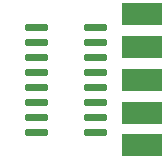
<source format=gbr>
%TF.GenerationSoftware,KiCad,Pcbnew,(5.1.9)-1*%
%TF.CreationDate,2022-11-25T11:31:52-06:00*%
%TF.ProjectId,adapter,61646170-7465-4722-9e6b-696361645f70,rev?*%
%TF.SameCoordinates,Original*%
%TF.FileFunction,Paste,Top*%
%TF.FilePolarity,Positive*%
%FSLAX46Y46*%
G04 Gerber Fmt 4.6, Leading zero omitted, Abs format (unit mm)*
G04 Created by KiCad (PCBNEW (5.1.9)-1) date 2022-11-25 11:31:52*
%MOMM*%
%LPD*%
G01*
G04 APERTURE LIST*
%ADD10R,3.480000X1.846667*%
G04 APERTURE END LIST*
D10*
%TO.C,P1*%
X142367000Y-89710000D03*
X142367000Y-92480000D03*
X142367000Y-95250000D03*
X142367000Y-98020000D03*
X142367000Y-100790000D03*
%TD*%
%TO.C,U1*%
G36*
G01*
X139390000Y-99545000D02*
X139390000Y-99845000D01*
G75*
G02*
X139240000Y-99995000I-150000J0D01*
G01*
X137540000Y-99995000D01*
G75*
G02*
X137390000Y-99845000I0J150000D01*
G01*
X137390000Y-99545000D01*
G75*
G02*
X137540000Y-99395000I150000J0D01*
G01*
X139240000Y-99395000D01*
G75*
G02*
X139390000Y-99545000I0J-150000D01*
G01*
G37*
G36*
G01*
X139390000Y-98275000D02*
X139390000Y-98575000D01*
G75*
G02*
X139240000Y-98725000I-150000J0D01*
G01*
X137540000Y-98725000D01*
G75*
G02*
X137390000Y-98575000I0J150000D01*
G01*
X137390000Y-98275000D01*
G75*
G02*
X137540000Y-98125000I150000J0D01*
G01*
X139240000Y-98125000D01*
G75*
G02*
X139390000Y-98275000I0J-150000D01*
G01*
G37*
G36*
G01*
X139390000Y-97005000D02*
X139390000Y-97305000D01*
G75*
G02*
X139240000Y-97455000I-150000J0D01*
G01*
X137540000Y-97455000D01*
G75*
G02*
X137390000Y-97305000I0J150000D01*
G01*
X137390000Y-97005000D01*
G75*
G02*
X137540000Y-96855000I150000J0D01*
G01*
X139240000Y-96855000D01*
G75*
G02*
X139390000Y-97005000I0J-150000D01*
G01*
G37*
G36*
G01*
X139390000Y-95735000D02*
X139390000Y-96035000D01*
G75*
G02*
X139240000Y-96185000I-150000J0D01*
G01*
X137540000Y-96185000D01*
G75*
G02*
X137390000Y-96035000I0J150000D01*
G01*
X137390000Y-95735000D01*
G75*
G02*
X137540000Y-95585000I150000J0D01*
G01*
X139240000Y-95585000D01*
G75*
G02*
X139390000Y-95735000I0J-150000D01*
G01*
G37*
G36*
G01*
X139390000Y-94465000D02*
X139390000Y-94765000D01*
G75*
G02*
X139240000Y-94915000I-150000J0D01*
G01*
X137540000Y-94915000D01*
G75*
G02*
X137390000Y-94765000I0J150000D01*
G01*
X137390000Y-94465000D01*
G75*
G02*
X137540000Y-94315000I150000J0D01*
G01*
X139240000Y-94315000D01*
G75*
G02*
X139390000Y-94465000I0J-150000D01*
G01*
G37*
G36*
G01*
X139390000Y-93195000D02*
X139390000Y-93495000D01*
G75*
G02*
X139240000Y-93645000I-150000J0D01*
G01*
X137540000Y-93645000D01*
G75*
G02*
X137390000Y-93495000I0J150000D01*
G01*
X137390000Y-93195000D01*
G75*
G02*
X137540000Y-93045000I150000J0D01*
G01*
X139240000Y-93045000D01*
G75*
G02*
X139390000Y-93195000I0J-150000D01*
G01*
G37*
G36*
G01*
X139390000Y-91925000D02*
X139390000Y-92225000D01*
G75*
G02*
X139240000Y-92375000I-150000J0D01*
G01*
X137540000Y-92375000D01*
G75*
G02*
X137390000Y-92225000I0J150000D01*
G01*
X137390000Y-91925000D01*
G75*
G02*
X137540000Y-91775000I150000J0D01*
G01*
X139240000Y-91775000D01*
G75*
G02*
X139390000Y-91925000I0J-150000D01*
G01*
G37*
G36*
G01*
X139390000Y-90655000D02*
X139390000Y-90955000D01*
G75*
G02*
X139240000Y-91105000I-150000J0D01*
G01*
X137540000Y-91105000D01*
G75*
G02*
X137390000Y-90955000I0J150000D01*
G01*
X137390000Y-90655000D01*
G75*
G02*
X137540000Y-90505000I150000J0D01*
G01*
X139240000Y-90505000D01*
G75*
G02*
X139390000Y-90655000I0J-150000D01*
G01*
G37*
G36*
G01*
X134390000Y-90655000D02*
X134390000Y-90955000D01*
G75*
G02*
X134240000Y-91105000I-150000J0D01*
G01*
X132540000Y-91105000D01*
G75*
G02*
X132390000Y-90955000I0J150000D01*
G01*
X132390000Y-90655000D01*
G75*
G02*
X132540000Y-90505000I150000J0D01*
G01*
X134240000Y-90505000D01*
G75*
G02*
X134390000Y-90655000I0J-150000D01*
G01*
G37*
G36*
G01*
X134390000Y-91925000D02*
X134390000Y-92225000D01*
G75*
G02*
X134240000Y-92375000I-150000J0D01*
G01*
X132540000Y-92375000D01*
G75*
G02*
X132390000Y-92225000I0J150000D01*
G01*
X132390000Y-91925000D01*
G75*
G02*
X132540000Y-91775000I150000J0D01*
G01*
X134240000Y-91775000D01*
G75*
G02*
X134390000Y-91925000I0J-150000D01*
G01*
G37*
G36*
G01*
X134390000Y-93195000D02*
X134390000Y-93495000D01*
G75*
G02*
X134240000Y-93645000I-150000J0D01*
G01*
X132540000Y-93645000D01*
G75*
G02*
X132390000Y-93495000I0J150000D01*
G01*
X132390000Y-93195000D01*
G75*
G02*
X132540000Y-93045000I150000J0D01*
G01*
X134240000Y-93045000D01*
G75*
G02*
X134390000Y-93195000I0J-150000D01*
G01*
G37*
G36*
G01*
X134390000Y-94465000D02*
X134390000Y-94765000D01*
G75*
G02*
X134240000Y-94915000I-150000J0D01*
G01*
X132540000Y-94915000D01*
G75*
G02*
X132390000Y-94765000I0J150000D01*
G01*
X132390000Y-94465000D01*
G75*
G02*
X132540000Y-94315000I150000J0D01*
G01*
X134240000Y-94315000D01*
G75*
G02*
X134390000Y-94465000I0J-150000D01*
G01*
G37*
G36*
G01*
X134390000Y-95735000D02*
X134390000Y-96035000D01*
G75*
G02*
X134240000Y-96185000I-150000J0D01*
G01*
X132540000Y-96185000D01*
G75*
G02*
X132390000Y-96035000I0J150000D01*
G01*
X132390000Y-95735000D01*
G75*
G02*
X132540000Y-95585000I150000J0D01*
G01*
X134240000Y-95585000D01*
G75*
G02*
X134390000Y-95735000I0J-150000D01*
G01*
G37*
G36*
G01*
X134390000Y-97005000D02*
X134390000Y-97305000D01*
G75*
G02*
X134240000Y-97455000I-150000J0D01*
G01*
X132540000Y-97455000D01*
G75*
G02*
X132390000Y-97305000I0J150000D01*
G01*
X132390000Y-97005000D01*
G75*
G02*
X132540000Y-96855000I150000J0D01*
G01*
X134240000Y-96855000D01*
G75*
G02*
X134390000Y-97005000I0J-150000D01*
G01*
G37*
G36*
G01*
X134390000Y-98275000D02*
X134390000Y-98575000D01*
G75*
G02*
X134240000Y-98725000I-150000J0D01*
G01*
X132540000Y-98725000D01*
G75*
G02*
X132390000Y-98575000I0J150000D01*
G01*
X132390000Y-98275000D01*
G75*
G02*
X132540000Y-98125000I150000J0D01*
G01*
X134240000Y-98125000D01*
G75*
G02*
X134390000Y-98275000I0J-150000D01*
G01*
G37*
G36*
G01*
X134390000Y-99545000D02*
X134390000Y-99845000D01*
G75*
G02*
X134240000Y-99995000I-150000J0D01*
G01*
X132540000Y-99995000D01*
G75*
G02*
X132390000Y-99845000I0J150000D01*
G01*
X132390000Y-99545000D01*
G75*
G02*
X132540000Y-99395000I150000J0D01*
G01*
X134240000Y-99395000D01*
G75*
G02*
X134390000Y-99545000I0J-150000D01*
G01*
G37*
%TD*%
M02*

</source>
